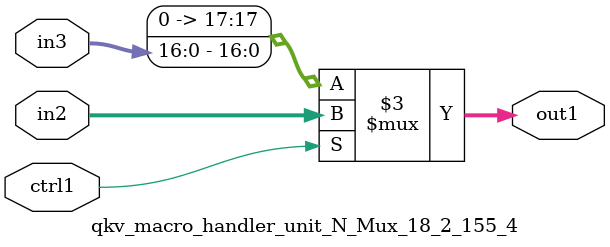
<source format=v>

`timescale 1ps / 1ps


module qkv_macro_handler_unit_N_Mux_18_2_155_4( in3, in2, ctrl1, out1 );

    input [16:0] in3;
    input [17:0] in2;
    input ctrl1;
    output [17:0] out1;
    reg [17:0] out1;

    
    // rtl_process:qkv_macro_handler_unit_N_Mux_18_2_155_4/qkv_macro_handler_unit_N_Mux_18_2_155_4_thread_1
    always @*
      begin : qkv_macro_handler_unit_N_Mux_18_2_155_4_thread_1
        case (ctrl1) 
          1'b1: 
            begin
              out1 = in2;
            end
          default: 
            begin
              out1 = {1'b0, in3};
            end
        endcase
      end

endmodule





</source>
